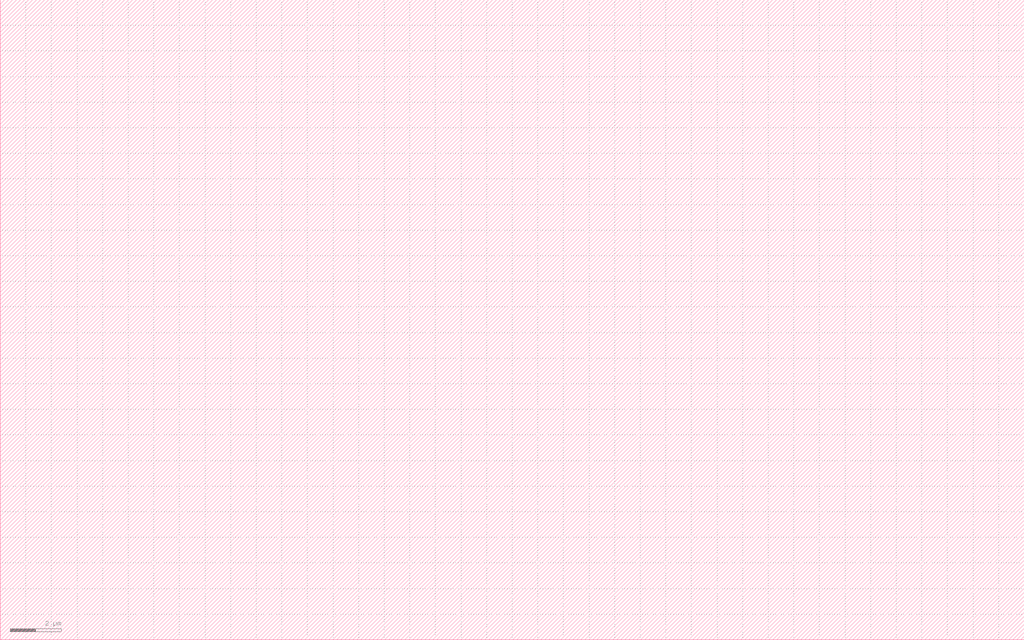
<source format=lef>
VERSION 5.7 ;
  NOWIREEXTENSIONATPIN ON ;
  DIVIDERCHAR "/" ;
  BUSBITCHARS "[]" ;
MACRO caravan_motto
  CLASS BLOCK ;
  FOREIGN caravan_motto ;
  ORIGIN 0.000 0.000 ;
  SIZE 40.000 BY 25.000 ;
END caravan_motto
END LIBRARY


</source>
